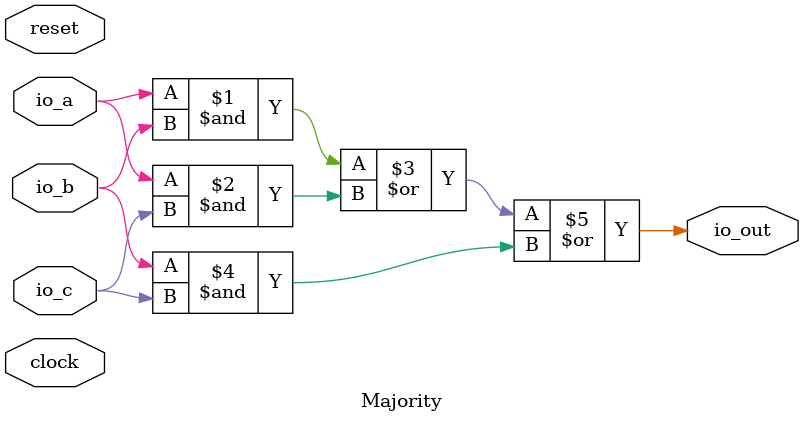
<source format=v>
module Majority(
  input   clock,
  input   reset,
  input   io_a,
  input   io_b,
  input   io_c,
  output  io_out
);
  assign io_out = io_a & io_b | io_a & io_c | io_b & io_c; // @[Majority.scala 23:31]
endmodule

</source>
